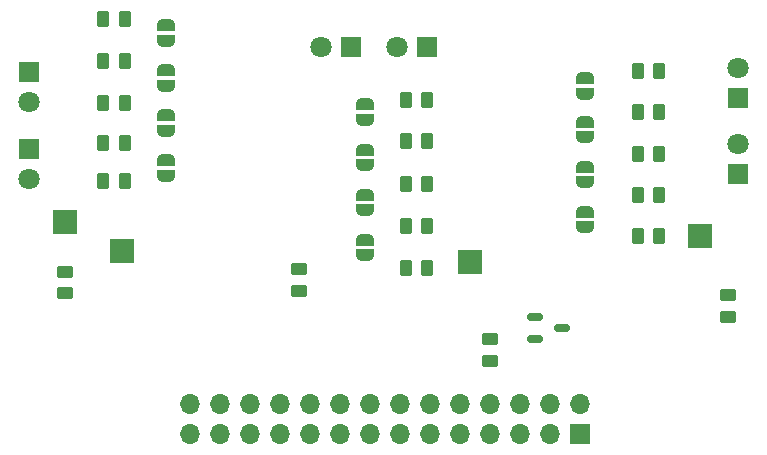
<source format=gbr>
%TF.GenerationSoftware,KiCad,Pcbnew,8.0.0*%
%TF.CreationDate,2024-03-22T14:44:16+02:00*%
%TF.ProjectId,Sensing systemv2,53656e73-696e-4672-9073-797374656d76,rev?*%
%TF.SameCoordinates,Original*%
%TF.FileFunction,Soldermask,Top*%
%TF.FilePolarity,Negative*%
%FSLAX46Y46*%
G04 Gerber Fmt 4.6, Leading zero omitted, Abs format (unit mm)*
G04 Created by KiCad (PCBNEW 8.0.0) date 2024-03-22 14:44:16*
%MOMM*%
%LPD*%
G01*
G04 APERTURE LIST*
G04 Aperture macros list*
%AMRoundRect*
0 Rectangle with rounded corners*
0 $1 Rounding radius*
0 $2 $3 $4 $5 $6 $7 $8 $9 X,Y pos of 4 corners*
0 Add a 4 corners polygon primitive as box body*
4,1,4,$2,$3,$4,$5,$6,$7,$8,$9,$2,$3,0*
0 Add four circle primitives for the rounded corners*
1,1,$1+$1,$2,$3*
1,1,$1+$1,$4,$5*
1,1,$1+$1,$6,$7*
1,1,$1+$1,$8,$9*
0 Add four rect primitives between the rounded corners*
20,1,$1+$1,$2,$3,$4,$5,0*
20,1,$1+$1,$4,$5,$6,$7,0*
20,1,$1+$1,$6,$7,$8,$9,0*
20,1,$1+$1,$8,$9,$2,$3,0*%
%AMFreePoly0*
4,1,19,0.500000,-0.750000,0.000000,-0.750000,0.000000,-0.744911,-0.071157,-0.744911,-0.207708,-0.704816,-0.327430,-0.627875,-0.420627,-0.520320,-0.479746,-0.390866,-0.500000,-0.250000,-0.500000,0.250000,-0.479746,0.390866,-0.420627,0.520320,-0.327430,0.627875,-0.207708,0.704816,-0.071157,0.744911,0.000000,0.744911,0.000000,0.750000,0.500000,0.750000,0.500000,-0.750000,0.500000,-0.750000,
$1*%
%AMFreePoly1*
4,1,19,0.000000,0.744911,0.071157,0.744911,0.207708,0.704816,0.327430,0.627875,0.420627,0.520320,0.479746,0.390866,0.500000,0.250000,0.500000,-0.250000,0.479746,-0.390866,0.420627,-0.520320,0.327430,-0.627875,0.207708,-0.704816,0.071157,-0.744911,0.000000,-0.744911,0.000000,-0.750000,-0.500000,-0.750000,-0.500000,0.750000,0.000000,0.750000,0.000000,0.744911,0.000000,0.744911,
$1*%
G04 Aperture macros list end*
%ADD10RoundRect,0.250000X0.262500X0.450000X-0.262500X0.450000X-0.262500X-0.450000X0.262500X-0.450000X0*%
%ADD11R,2.000000X2.000000*%
%ADD12RoundRect,0.250000X-0.450000X0.262500X-0.450000X-0.262500X0.450000X-0.262500X0.450000X0.262500X0*%
%ADD13FreePoly0,270.000000*%
%ADD14FreePoly1,270.000000*%
%ADD15RoundRect,0.250000X-0.262500X-0.450000X0.262500X-0.450000X0.262500X0.450000X-0.262500X0.450000X0*%
%ADD16R,1.800000X1.800000*%
%ADD17C,1.800000*%
%ADD18RoundRect,0.150000X-0.512500X-0.150000X0.512500X-0.150000X0.512500X0.150000X-0.512500X0.150000X0*%
%ADD19RoundRect,0.250000X0.450000X-0.262500X0.450000X0.262500X-0.450000X0.262500X-0.450000X-0.262500X0*%
%ADD20R,1.700000X1.700000*%
%ADD21O,1.700000X1.700000*%
G04 APERTURE END LIST*
D10*
%TO.C,R8*%
X59996000Y-79480000D03*
X61821000Y-79480000D03*
%TD*%
D11*
%TO.C,TP4*%
X110475000Y-87375000D03*
%TD*%
D12*
%TO.C,R2*%
X76600000Y-90200000D03*
X76600000Y-92025000D03*
%TD*%
D13*
%TO.C,JP4*%
X65278000Y-80950000D03*
D14*
X65278000Y-82250000D03*
%TD*%
D13*
%TO.C,JP1*%
X65278000Y-69520000D03*
D14*
X65278000Y-70820000D03*
%TD*%
D15*
%TO.C,R16*%
X105236000Y-76864000D03*
X107061000Y-76864000D03*
%TD*%
%TO.C,R14*%
X85600000Y-90050000D03*
X87425000Y-90050000D03*
%TD*%
D13*
%TO.C,JP12*%
X100814500Y-85344000D03*
D14*
X100814500Y-86644000D03*
%TD*%
D12*
%TO.C,R3*%
X112850000Y-92375000D03*
X112850000Y-94200000D03*
%TD*%
D13*
%TO.C,JP2*%
X65278000Y-73330000D03*
D14*
X65278000Y-74630000D03*
%TD*%
D11*
%TO.C,TP1*%
X56760000Y-86190000D03*
%TD*%
%TO.C,TP3*%
X91000000Y-89600000D03*
%TD*%
D12*
%TO.C,R1*%
X56718200Y-90398600D03*
X56718200Y-92223600D03*
%TD*%
D16*
%TO.C,D2*%
X80935000Y-71374000D03*
D17*
X78395000Y-71374000D03*
%TD*%
D13*
%TO.C,JP3*%
X65278000Y-77140000D03*
D14*
X65278000Y-78440000D03*
%TD*%
D13*
%TO.C,JP10*%
X100814500Y-77724000D03*
D14*
X100814500Y-79024000D03*
%TD*%
D16*
%TO.C,D5*%
X87440000Y-71378600D03*
D17*
X84900000Y-71378600D03*
%TD*%
D16*
%TO.C,D6*%
X113732000Y-82153600D03*
D17*
X113732000Y-79613600D03*
%TD*%
D15*
%TO.C,R13*%
X85600000Y-86556000D03*
X87425000Y-86556000D03*
%TD*%
%TO.C,R17*%
X105236000Y-80460000D03*
X107061000Y-80460000D03*
%TD*%
D13*
%TO.C,JP8*%
X82192600Y-87671000D03*
D14*
X82192600Y-88971000D03*
%TD*%
D15*
%TO.C,R10*%
X85600000Y-75825000D03*
X87425000Y-75825000D03*
%TD*%
D13*
%TO.C,JP6*%
X82192600Y-80051000D03*
D14*
X82192600Y-81351000D03*
%TD*%
D15*
%TO.C,R15*%
X105236000Y-73406000D03*
X107061000Y-73406000D03*
%TD*%
D13*
%TO.C,JP5*%
X82192600Y-76211000D03*
D14*
X82192600Y-77511000D03*
%TD*%
D10*
%TO.C,R9*%
X59991000Y-82750000D03*
X61816000Y-82750000D03*
%TD*%
%TO.C,R6*%
X61825000Y-72556000D03*
X60000000Y-72556000D03*
%TD*%
D18*
%TO.C,Q1*%
X96520000Y-94200000D03*
X96520000Y-96100000D03*
X98795000Y-95150000D03*
%TD*%
D16*
%TO.C,D4*%
X53695600Y-73507600D03*
D17*
X53695600Y-76047600D03*
%TD*%
D13*
%TO.C,JP9*%
X100814500Y-74026000D03*
D14*
X100814500Y-75326000D03*
%TD*%
D15*
%TO.C,R18*%
X105236000Y-83918000D03*
X107061000Y-83918000D03*
%TD*%
D13*
%TO.C,JP11*%
X100814500Y-81534000D03*
D14*
X100814500Y-82834000D03*
%TD*%
D15*
%TO.C,R11*%
X85600000Y-79350000D03*
X87425000Y-79350000D03*
%TD*%
%TO.C,R12*%
X85600000Y-83000000D03*
X87425000Y-83000000D03*
%TD*%
D13*
%TO.C,JP7*%
X82192600Y-83861000D03*
D14*
X82192600Y-85161000D03*
%TD*%
D19*
%TO.C,R4*%
X92700000Y-97925000D03*
X92700000Y-96100000D03*
%TD*%
D15*
%TO.C,R19*%
X105236000Y-87376000D03*
X107061000Y-87376000D03*
%TD*%
D10*
%TO.C,R7*%
X61821000Y-76112000D03*
X59996000Y-76112000D03*
%TD*%
D11*
%TO.C,TP2*%
X61620400Y-88646000D03*
%TD*%
D10*
%TO.C,R5*%
X61825000Y-69000000D03*
X60000000Y-69000000D03*
%TD*%
D16*
%TO.C,D1*%
X53722000Y-79972000D03*
D17*
X53722000Y-82512000D03*
%TD*%
D16*
%TO.C,D3*%
X113740000Y-75655000D03*
D17*
X113740000Y-73115000D03*
%TD*%
D20*
%TO.C,J1*%
X100330000Y-104140000D03*
D21*
X100330000Y-101600000D03*
X97790000Y-104140000D03*
X97790000Y-101600000D03*
X95250000Y-104140000D03*
X95250000Y-101600000D03*
X92710000Y-104140000D03*
X92710000Y-101600000D03*
X90170000Y-104140000D03*
X90170000Y-101600000D03*
X87630000Y-104140000D03*
X87630000Y-101600000D03*
X85090000Y-104140000D03*
X85090000Y-101600000D03*
X82550000Y-104140000D03*
X82550000Y-101600000D03*
X80010000Y-104140000D03*
X80010000Y-101600000D03*
X77470000Y-104140000D03*
X77470000Y-101600000D03*
X74930000Y-104140000D03*
X74930000Y-101600000D03*
X72390000Y-104140000D03*
X72390000Y-101600000D03*
X69850000Y-104140000D03*
X69850000Y-101600000D03*
X67310000Y-104140000D03*
X67310000Y-101600000D03*
%TD*%
M02*

</source>
